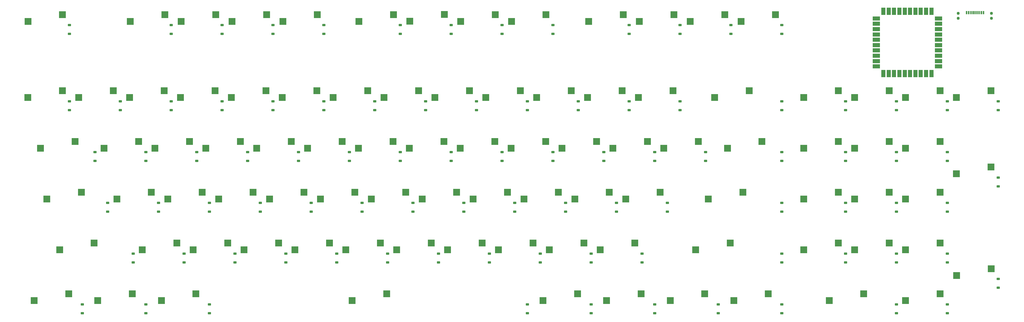
<source format=gbr>
%TF.GenerationSoftware,KiCad,Pcbnew,8.0.5*%
%TF.CreationDate,2024-11-10T16:14:26+11:00*%
%TF.ProjectId,keyboard,6b657962-6f61-4726-942e-6b696361645f,rev?*%
%TF.SameCoordinates,Original*%
%TF.FileFunction,Paste,Bot*%
%TF.FilePolarity,Positive*%
%FSLAX46Y46*%
G04 Gerber Fmt 4.6, Leading zero omitted, Abs format (unit mm)*
G04 Created by KiCad (PCBNEW 8.0.5) date 2024-11-10 16:14:26*
%MOMM*%
%LPD*%
G01*
G04 APERTURE LIST*
G04 Aperture macros list*
%AMRoundRect*
0 Rectangle with rounded corners*
0 $1 Rounding radius*
0 $2 $3 $4 $5 $6 $7 $8 $9 X,Y pos of 4 corners*
0 Add a 4 corners polygon primitive as box body*
4,1,4,$2,$3,$4,$5,$6,$7,$8,$9,$2,$3,0*
0 Add four circle primitives for the rounded corners*
1,1,$1+$1,$2,$3*
1,1,$1+$1,$4,$5*
1,1,$1+$1,$6,$7*
1,1,$1+$1,$8,$9*
0 Add four rect primitives between the rounded corners*
20,1,$1+$1,$2,$3,$4,$5,0*
20,1,$1+$1,$4,$5,$6,$7,0*
20,1,$1+$1,$6,$7,$8,$9,0*
20,1,$1+$1,$8,$9,$2,$3,0*%
G04 Aperture macros list end*
%ADD10R,2.550000X2.500000*%
%ADD11RoundRect,0.225000X0.375000X-0.225000X0.375000X0.225000X-0.375000X0.225000X-0.375000X-0.225000X0*%
%ADD12R,1.500000X2.800000*%
%ADD13R,2.800000X1.500000*%
%ADD14RoundRect,0.237500X-0.237500X0.250000X-0.237500X-0.250000X0.237500X-0.250000X0.237500X0.250000X0*%
%ADD15R,0.600000X1.240000*%
%ADD16R,0.300000X1.240000*%
G04 APERTURE END LIST*
D10*
%TO.C,K_19*%
X139490000Y-58185000D03*
X152417000Y-55645000D03*
%TD*%
%TO.C,K_20*%
X158540000Y-58185000D03*
X171467000Y-55645000D03*
%TD*%
%TO.C,K_16*%
X82340000Y-58185000D03*
X95267000Y-55645000D03*
%TD*%
%TO.C,K_F11*%
X273176706Y-29584520D03*
X286103706Y-27044520D03*
%TD*%
%TO.C,K_45*%
X315702500Y-77235000D03*
X328629500Y-74695000D03*
%TD*%
%TO.C,K_13*%
X25190000Y-58185000D03*
X38117000Y-55645000D03*
%TD*%
%TO.C,K_75*%
X239502500Y-115335000D03*
X252429500Y-112795000D03*
%TD*%
%TO.C,K_56*%
X172827500Y-96285000D03*
X185754500Y-93745000D03*
%TD*%
%TO.C,K_46*%
X334752500Y-77235000D03*
X347679500Y-74695000D03*
%TD*%
%TO.C,K_78*%
X334752500Y-115335000D03*
X347679500Y-112795000D03*
%TD*%
%TO.C,K_74*%
X220452500Y-115335000D03*
X233379500Y-112795000D03*
%TD*%
%TO.C,K_35*%
X110915000Y-77235000D03*
X123842000Y-74695000D03*
%TD*%
%TO.C,K_15*%
X63290000Y-58185000D03*
X76217000Y-55645000D03*
%TD*%
%TO.C,K_ESC1*%
X25245000Y-29665000D03*
X38172000Y-27125000D03*
%TD*%
%TO.C,K_38*%
X168065000Y-77235000D03*
X180992000Y-74695000D03*
%TD*%
%TO.C,K_79*%
X353802500Y-115335000D03*
X366729500Y-112795000D03*
%TD*%
%TO.C,K_86*%
X241883750Y-134385000D03*
X254810750Y-131845000D03*
%TD*%
%TO.C,K_F9*%
X235165000Y-29585000D03*
X248092000Y-27045000D03*
%TD*%
%TO.C,K_88*%
X289508750Y-134385000D03*
X302435750Y-131845000D03*
%TD*%
%TO.C,K_81*%
X27571250Y-134385000D03*
X40498250Y-131845000D03*
%TD*%
%TO.C,K_23*%
X215690000Y-58185000D03*
X228617000Y-55645000D03*
%TD*%
%TO.C,K_63*%
X334752500Y-96285000D03*
X347679500Y-93745000D03*
%TD*%
%TO.C,K_67*%
X87102500Y-115335000D03*
X100029500Y-112795000D03*
%TD*%
%TO.C,K_53*%
X115677500Y-96285000D03*
X128604500Y-93745000D03*
%TD*%
%TO.C,K_72*%
X182352500Y-115335000D03*
X195279500Y-112795000D03*
%TD*%
%TO.C,K_47*%
X353802500Y-77235000D03*
X366729500Y-74695000D03*
%TD*%
%TO.C,K_60*%
X249027500Y-96285000D03*
X261954500Y-93745000D03*
%TD*%
%TO.C,K_F7*%
X187261209Y-29593694D03*
X200188209Y-27053694D03*
%TD*%
%TO.C,K_61*%
X279983750Y-96285000D03*
X292910750Y-93745000D03*
%TD*%
%TO.C,K_25*%
X253790000Y-58185000D03*
X266717000Y-55645000D03*
%TD*%
%TO.C,K_F8*%
X206261209Y-29593694D03*
X219188209Y-27053694D03*
%TD*%
%TO.C,K_F12*%
X292216706Y-29584520D03*
X305143706Y-27044520D03*
%TD*%
%TO.C,K_33*%
X72815000Y-77235000D03*
X85742000Y-74695000D03*
%TD*%
%TO.C,K_76*%
X275221250Y-115335000D03*
X288148250Y-112795000D03*
%TD*%
%TO.C,K_73*%
X201402500Y-115335000D03*
X214329500Y-112795000D03*
%TD*%
%TO.C,K_70*%
X144252500Y-115335000D03*
X157179500Y-112795000D03*
%TD*%
%TO.C,K_24*%
X234740000Y-58185000D03*
X247667000Y-55645000D03*
%TD*%
%TO.C,K_54*%
X134727500Y-96285000D03*
X147654500Y-93745000D03*
%TD*%
%TO.C,K_29*%
X353802500Y-58185000D03*
X366729500Y-55645000D03*
%TD*%
%TO.C,K_F10*%
X254176706Y-29584520D03*
X267103706Y-27044520D03*
%TD*%
%TO.C,K_32*%
X53765000Y-77235000D03*
X66692000Y-74695000D03*
%TD*%
%TO.C,K_34*%
X91865000Y-77235000D03*
X104792000Y-74695000D03*
%TD*%
%TO.C,K_68*%
X106152500Y-115335000D03*
X119079500Y-112795000D03*
%TD*%
%TO.C,K_42*%
X244265000Y-77235000D03*
X257192000Y-74695000D03*
%TD*%
%TO.C,K_14*%
X44240000Y-58185000D03*
X57167000Y-55645000D03*
%TD*%
%TO.C,K_84*%
X146633750Y-134385000D03*
X159560750Y-131845000D03*
%TD*%
%TO.C,K_39*%
X187115000Y-77235000D03*
X200042000Y-74695000D03*
%TD*%
%TO.C,K_89*%
X325227500Y-134385000D03*
X338154500Y-131845000D03*
%TD*%
%TO.C,K_59*%
X229977500Y-96285000D03*
X242904500Y-93745000D03*
%TD*%
%TO.C,K_62*%
X315702500Y-96285000D03*
X328629500Y-93745000D03*
%TD*%
%TO.C,K_49*%
X32333750Y-96285000D03*
X45260750Y-93745000D03*
%TD*%
%TO.C,K_18*%
X120440000Y-58185000D03*
X133367000Y-55645000D03*
%TD*%
%TO.C,K_17*%
X101390000Y-58185000D03*
X114317000Y-55645000D03*
%TD*%
%TO.C,K_F1*%
X63594475Y-29637388D03*
X76521475Y-27097388D03*
%TD*%
%TO.C,K_87*%
X265696250Y-134385000D03*
X278623250Y-131845000D03*
%TD*%
%TO.C,K_85*%
X218071250Y-134385000D03*
X230998250Y-131845000D03*
%TD*%
%TO.C,K_83*%
X75196250Y-134385000D03*
X88123250Y-131845000D03*
%TD*%
%TO.C,K_77*%
X315702500Y-115335000D03*
X328629500Y-112795000D03*
%TD*%
%TO.C,K_44*%
X287127500Y-77235000D03*
X300054500Y-74695000D03*
%TD*%
%TO.C,K_30*%
X372852500Y-58185000D03*
X385779500Y-55645000D03*
%TD*%
%TO.C,K_66*%
X68052500Y-115335000D03*
X80979500Y-112795000D03*
%TD*%
%TO.C,K_64*%
X353802500Y-96285000D03*
X366729500Y-93745000D03*
%TD*%
%TO.C,K_58*%
X210927500Y-96285000D03*
X223854500Y-93745000D03*
%TD*%
%TO.C,K_21*%
X177590000Y-58185000D03*
X190517000Y-55645000D03*
%TD*%
%TO.C,K_43*%
X263315000Y-77235000D03*
X276242000Y-74695000D03*
%TD*%
%TO.C,K_48*%
X372859143Y-86743423D03*
X385786143Y-84203423D03*
%TD*%
%TO.C,K_71*%
X163302500Y-115335000D03*
X176229500Y-112795000D03*
%TD*%
%TO.C,K_40*%
X206165000Y-77235000D03*
X219092000Y-74695000D03*
%TD*%
%TO.C,K_52*%
X96627500Y-96285000D03*
X109554500Y-93745000D03*
%TD*%
%TO.C,K_80*%
X372915000Y-124960000D03*
X385842000Y-122420000D03*
%TD*%
%TO.C,K_F5*%
X149165000Y-29585000D03*
X162092000Y-27045000D03*
%TD*%
%TO.C,K_F2*%
X82632347Y-29596106D03*
X95559347Y-27056106D03*
%TD*%
%TO.C,K_82*%
X51383750Y-134385000D03*
X64310750Y-131845000D03*
%TD*%
%TO.C,K_27*%
X315702500Y-58185000D03*
X328629500Y-55645000D03*
%TD*%
%TO.C,K_90*%
X353802500Y-134385000D03*
X366729500Y-131845000D03*
%TD*%
%TO.C,K_51*%
X77577500Y-96285000D03*
X90504500Y-93745000D03*
%TD*%
%TO.C,K_22*%
X196640000Y-58185000D03*
X209567000Y-55645000D03*
%TD*%
%TO.C,K_26*%
X282365000Y-58185000D03*
X295292000Y-55645000D03*
%TD*%
%TO.C,K_69*%
X125202500Y-115335000D03*
X138129500Y-112795000D03*
%TD*%
%TO.C,K_28*%
X334752500Y-58185000D03*
X347679500Y-55645000D03*
%TD*%
%TO.C,K_F4*%
X120665000Y-29585000D03*
X133592000Y-27045000D03*
%TD*%
%TO.C,K_31*%
X29952500Y-77235000D03*
X42879500Y-74695000D03*
%TD*%
%TO.C,K_57*%
X191877500Y-96285000D03*
X204804500Y-93745000D03*
%TD*%
%TO.C,K_50*%
X58527500Y-96285000D03*
X71454500Y-93745000D03*
%TD*%
%TO.C,K_37*%
X149015000Y-77235000D03*
X161942000Y-74695000D03*
%TD*%
%TO.C,K_36*%
X129965000Y-77235000D03*
X142892000Y-74695000D03*
%TD*%
%TO.C,K_F6*%
X168197485Y-29578486D03*
X181124485Y-27038486D03*
%TD*%
%TO.C,K_65*%
X37096250Y-115335000D03*
X50023250Y-112795000D03*
%TD*%
%TO.C,K_41*%
X225215000Y-77235000D03*
X238142000Y-74695000D03*
%TD*%
%TO.C,K_55*%
X153777500Y-96285000D03*
X166704500Y-93745000D03*
%TD*%
%TO.C,K_F3*%
X101665000Y-29585000D03*
X114592000Y-27045000D03*
%TD*%
D11*
%TO.C,D_13*%
X40800000Y-62875000D03*
X40800000Y-59575000D03*
%TD*%
%TO.C,D_34*%
X107475000Y-81925000D03*
X107475000Y-78625000D03*
%TD*%
%TO.C,D_60*%
X264637500Y-100975000D03*
X264637500Y-97675000D03*
%TD*%
%TO.C,D_85*%
X236062500Y-139075000D03*
X236062500Y-135775000D03*
%TD*%
%TO.C,D_15*%
X78900000Y-62875000D03*
X78900000Y-59575000D03*
%TD*%
%TO.C,D_24*%
X250350000Y-62875000D03*
X250350000Y-59575000D03*
%TD*%
%TO.C,D_4*%
X136050000Y-34300000D03*
X136050000Y-31000000D03*
%TD*%
%TO.C,D_88*%
X307500000Y-139075000D03*
X307500000Y-135775000D03*
%TD*%
%TO.C,D_57*%
X207487500Y-100975000D03*
X207487500Y-97675000D03*
%TD*%
%TO.C,D_20*%
X174150000Y-62875000D03*
X174150000Y-59575000D03*
%TD*%
%TO.C,D_87*%
X283687500Y-139075000D03*
X283687500Y-135775000D03*
%TD*%
%TO.C,D_33*%
X88425000Y-81925000D03*
X88425000Y-78625000D03*
%TD*%
%TO.C,D_10*%
X269400000Y-34300000D03*
X269400000Y-31000000D03*
%TD*%
%TO.C,D_58*%
X226537500Y-100975000D03*
X226537500Y-97675000D03*
%TD*%
%TO.C,D_65*%
X64612500Y-120025000D03*
X64612500Y-116725000D03*
%TD*%
D12*
%TO.C,U1*%
X363500000Y-49150000D03*
X361500000Y-49150000D03*
X359500000Y-49150000D03*
X357500000Y-49150000D03*
X355500000Y-49150000D03*
X353500000Y-49150000D03*
X351500000Y-49150000D03*
X349500000Y-49150000D03*
X347500000Y-49150000D03*
X345500000Y-49150000D03*
D13*
X342850000Y-46500000D03*
X342850000Y-44500000D03*
X342850000Y-42500000D03*
X342850000Y-40500000D03*
X342850000Y-38500000D03*
X342850000Y-36500000D03*
X342850000Y-34500000D03*
X342850000Y-32500000D03*
X342850000Y-30500000D03*
X342850000Y-28500000D03*
D12*
X345500000Y-25850000D03*
X347500000Y-25850000D03*
X349500000Y-25850000D03*
X351500000Y-25850000D03*
X353500000Y-25850000D03*
X355500000Y-25850000D03*
X357500000Y-25850000D03*
X359500000Y-25850000D03*
X361500000Y-25850000D03*
X363500000Y-25850000D03*
D13*
X366150000Y-28500000D03*
X366150000Y-30500000D03*
X366150000Y-32500000D03*
X366150000Y-34500000D03*
X366150000Y-36500000D03*
X366150000Y-38500000D03*
X366150000Y-40500000D03*
X366150000Y-42500000D03*
X366150000Y-44500000D03*
X366150000Y-46500000D03*
%TD*%
D11*
%TO.C,D_2*%
X97950000Y-34300000D03*
X97950000Y-31000000D03*
%TD*%
%TO.C,D_39*%
X202725000Y-81925000D03*
X202725000Y-78625000D03*
%TD*%
%TO.C,D_63*%
X350362500Y-100975000D03*
X350362500Y-97675000D03*
%TD*%
%TO.C,D_41*%
X240825000Y-81925000D03*
X240825000Y-78625000D03*
%TD*%
%TO.C,D_3*%
X117000000Y-34300000D03*
X117000000Y-31000000D03*
%TD*%
%TO.C,D_1*%
X78900000Y-34300000D03*
X78900000Y-31000000D03*
%TD*%
%TO.C,D_46*%
X350362500Y-81925000D03*
X350362500Y-78625000D03*
%TD*%
%TO.C,D_12*%
X307500000Y-34300000D03*
X307500000Y-31000000D03*
%TD*%
%TO.C,D_89*%
X350362500Y-139075000D03*
X350362500Y-135775000D03*
%TD*%
%TO.C,D_84*%
X212250000Y-139075000D03*
X212250000Y-135775000D03*
%TD*%
%TO.C,D_43*%
X278925000Y-81925000D03*
X278925000Y-78625000D03*
%TD*%
%TO.C,D_14*%
X59850000Y-62875000D03*
X59850000Y-59575000D03*
%TD*%
%TO.C,D_66*%
X83662500Y-120025000D03*
X83662500Y-116725000D03*
%TD*%
%TO.C,D_82*%
X69375000Y-139075000D03*
X69375000Y-135775000D03*
%TD*%
%TO.C,D_29*%
X369412500Y-62875000D03*
X369412500Y-59575000D03*
%TD*%
%TO.C,D_25*%
X269400000Y-62875000D03*
X269400000Y-59575000D03*
%TD*%
%TO.C,D_75*%
X255112500Y-120025000D03*
X255112500Y-116725000D03*
%TD*%
%TO.C,D_30*%
X388462500Y-62875000D03*
X388462500Y-59575000D03*
%TD*%
%TO.C,D_49*%
X55087500Y-100975000D03*
X55087500Y-97675000D03*
%TD*%
%TO.C,D_16*%
X97950000Y-62875000D03*
X97950000Y-59575000D03*
%TD*%
%TO.C,D_56*%
X188437500Y-100975000D03*
X188437500Y-97675000D03*
%TD*%
%TO.C,D_71*%
X178912500Y-120025000D03*
X178912500Y-116725000D03*
%TD*%
%TO.C,D_21*%
X193200000Y-62875000D03*
X193200000Y-59575000D03*
%TD*%
%TO.C,D_22*%
X212250000Y-62875000D03*
X212250000Y-59575000D03*
%TD*%
%TO.C,D_5*%
X164625000Y-34300000D03*
X164625000Y-31000000D03*
%TD*%
%TO.C,D_38*%
X183675000Y-81925000D03*
X183675000Y-78625000D03*
%TD*%
%TO.C,D_59*%
X245587500Y-100975000D03*
X245587500Y-97675000D03*
%TD*%
%TO.C,D_52*%
X112237500Y-100975000D03*
X112237500Y-97675000D03*
%TD*%
%TO.C,D_86*%
X259875000Y-139075000D03*
X259875000Y-135775000D03*
%TD*%
%TO.C,D_54*%
X150337500Y-100975000D03*
X150337500Y-97675000D03*
%TD*%
D14*
%TO.C,R1*%
X373500000Y-26587500D03*
X373500000Y-28412500D03*
%TD*%
D11*
%TO.C,D_70*%
X159862500Y-120025000D03*
X159862500Y-116725000D03*
%TD*%
%TO.C,D_80*%
X388462500Y-129500000D03*
X388462500Y-126200000D03*
%TD*%
%TO.C,D_7*%
X202725000Y-34300000D03*
X202725000Y-31000000D03*
%TD*%
%TO.C,D_17*%
X117000000Y-62875000D03*
X117000000Y-59575000D03*
%TD*%
%TO.C,D_42*%
X259875000Y-81925000D03*
X259875000Y-78625000D03*
%TD*%
%TO.C,D_61*%
X307500000Y-100975000D03*
X307500000Y-97675000D03*
%TD*%
%TO.C,D_90*%
X369412500Y-139075000D03*
X369412500Y-135775000D03*
%TD*%
%TO.C,D_47*%
X369412500Y-81925000D03*
X369412500Y-78625000D03*
%TD*%
%TO.C,D_6*%
X183675000Y-34300000D03*
X183675000Y-31000000D03*
%TD*%
%TO.C,D_48*%
X388462500Y-91500000D03*
X388462500Y-88200000D03*
%TD*%
D14*
%TO.C,R2*%
X386000000Y-26587500D03*
X386000000Y-28412500D03*
%TD*%
D11*
%TO.C,D_83*%
X93187500Y-139075000D03*
X93187500Y-135775000D03*
%TD*%
%TO.C,D_78*%
X350362500Y-120025000D03*
X350362500Y-116725000D03*
%TD*%
%TO.C,D_23*%
X231300000Y-62875000D03*
X231300000Y-59575000D03*
%TD*%
%TO.C,D_45*%
X331312500Y-81925000D03*
X331312500Y-78625000D03*
%TD*%
%TO.C,D_26*%
X307500000Y-62875000D03*
X307500000Y-59575000D03*
%TD*%
%TO.C,D_37*%
X164625000Y-81925000D03*
X164625000Y-78625000D03*
%TD*%
%TO.C,D_44*%
X307500000Y-81925000D03*
X307500000Y-78625000D03*
%TD*%
%TO.C,D_72*%
X197962500Y-120025000D03*
X197962500Y-116725000D03*
%TD*%
%TO.C,D_53*%
X131287500Y-100975000D03*
X131287500Y-97675000D03*
%TD*%
%TO.C,D_67*%
X102712500Y-120025000D03*
X102712500Y-116725000D03*
%TD*%
%TO.C,D_9*%
X250350000Y-34300000D03*
X250350000Y-31000000D03*
%TD*%
%TO.C,D_74*%
X236062500Y-120025000D03*
X236062500Y-116725000D03*
%TD*%
%TO.C,D_0*%
X40800000Y-34300000D03*
X40800000Y-31000000D03*
%TD*%
%TO.C,D_77*%
X331312500Y-120025000D03*
X331312500Y-116725000D03*
%TD*%
%TO.C,D_62*%
X331312500Y-100975000D03*
X331312500Y-97675000D03*
%TD*%
%TO.C,D_79*%
X369412500Y-120025000D03*
X369412500Y-116725000D03*
%TD*%
%TO.C,D_27*%
X331312500Y-62875000D03*
X331312500Y-59575000D03*
%TD*%
%TO.C,D_50*%
X74137500Y-100975000D03*
X74137500Y-97675000D03*
%TD*%
%TO.C,D_73*%
X217012500Y-120025000D03*
X217012500Y-116725000D03*
%TD*%
%TO.C,D_55*%
X169387500Y-100975000D03*
X169387500Y-97675000D03*
%TD*%
%TO.C,D_64*%
X369412500Y-100975000D03*
X369412500Y-97675000D03*
%TD*%
%TO.C,D_35*%
X126525000Y-81925000D03*
X126525000Y-78625000D03*
%TD*%
%TO.C,D_68*%
X121762500Y-120025000D03*
X121762500Y-116725000D03*
%TD*%
%TO.C,D_19*%
X155100000Y-62875000D03*
X155100000Y-59575000D03*
%TD*%
%TO.C,D_69*%
X140812500Y-120025000D03*
X140812500Y-116725000D03*
%TD*%
%TO.C,D_32*%
X69375000Y-81925000D03*
X69375000Y-78625000D03*
%TD*%
%TO.C,D_11*%
X288450000Y-34300000D03*
X288450000Y-31000000D03*
%TD*%
%TO.C,D_81*%
X45562500Y-139075000D03*
X45562500Y-135775000D03*
%TD*%
%TO.C,D_18*%
X136050000Y-62875000D03*
X136050000Y-59575000D03*
%TD*%
%TO.C,D_8*%
X221775000Y-34300000D03*
X221775000Y-31000000D03*
%TD*%
%TO.C,D_51*%
X93187500Y-100975000D03*
X93187500Y-97675000D03*
%TD*%
%TO.C,D_36*%
X145575000Y-81925000D03*
X145575000Y-78625000D03*
%TD*%
%TO.C,D_31*%
X50325000Y-81925000D03*
X50325000Y-78625000D03*
%TD*%
%TO.C,D_76*%
X307500000Y-120025000D03*
X307500000Y-116725000D03*
%TD*%
%TO.C,D_40*%
X221775000Y-81925000D03*
X221775000Y-78625000D03*
%TD*%
D15*
%TO.C,J1*%
X376620000Y-26300000D03*
X377420000Y-26300000D03*
D16*
X378570000Y-26300000D03*
X379570000Y-26300000D03*
X380070000Y-26300000D03*
X381070000Y-26300000D03*
D15*
X382220000Y-26300000D03*
X383020000Y-26300000D03*
X383020000Y-26300000D03*
X382220000Y-26300000D03*
D16*
X381570000Y-26300000D03*
X380570000Y-26300000D03*
X379070000Y-26300000D03*
X378070000Y-26300000D03*
D15*
X377420000Y-26300000D03*
X376620000Y-26300000D03*
%TD*%
D11*
%TO.C,D_28*%
X350362500Y-62875000D03*
X350362500Y-59575000D03*
%TD*%
M02*

</source>
